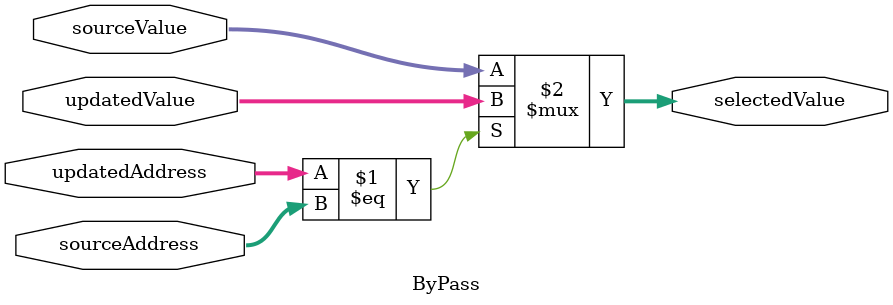
<source format=v>
module ByPass (
  input [3:0] sourceAddress,
  input [15:0] sourceValue,
  input [3:0] updatedAddress,
  input [15:0] updatedValue,
  output [15:0] selectedValue
);

assign selectedValue = updatedAddress == sourceAddress ? updatedValue : sourceValue;

endmodule

</source>
